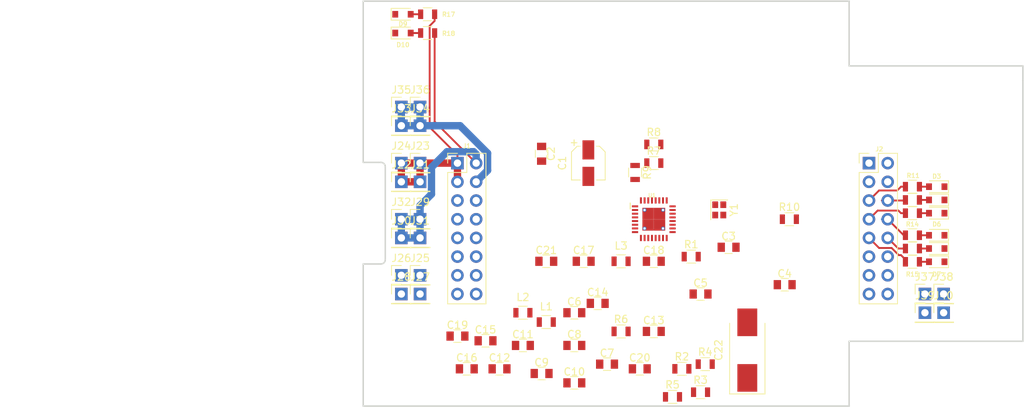
<source format=kicad_pcb>
(kicad_pcb (version 4) (host pcbnew 4.0.7-e2-6376~58~ubuntu16.04.1)
  (layers (0 F.Cu signal) (31 B.Cu signal) (34 B.Paste user) (35 F.Paste user) (36 B.SilkS user) (37 F.SilkS user) (38 B.Mask user) (39 F.Mask user) (44 Edge.Cuts user))
  (net 0 "")
  (net 1 GND)
  (net 2 "Net-(D3-Pad2)")
  (net 3 "Net-(D4-Pad2)")
  (net 4 "Net-(D5-Pad2)")
  (net 5 "Net-(D6-Pad2)")
  (net 6 "Net-(D7-Pad2)")
  (net 7 "Net-(D8-Pad2)")
  (net 8 +5V)
  (net 9 VDD)
  (net 10 +3V3)
  (net 11 "Net-(J1-Pad16)")
  (net 12 /ST_GPIO_3)
  (net 13 /ST_GPIO_2)
  (net 14 /ST_GPIO_1)
  (net 15 /PI_GPIO_3)
  (net 16 /PI_GPIO_2)
  (net 17 "Net-(D10-Pad2)")
  (net 18 "Net-(D9-Pad2)")
  (net 19 VMID)
  (net 20 "Net-(C10-Pad1)")
  (net 21 "Net-(C11-Pad1)")
  (net 22 "Net-(C6-Pad1)")
  (net 23 "Net-(C6-Pad2)")
  (net 24 "Net-(C10-Pad2)")
  (net 25 "Net-(C11-Pad2)")
  (net 26 TVDD)
  (net 27 "Net-(C19-Pad1)")
  (net 28 "Net-(C20-Pad1)")
  (net 29 "Net-(J1-Pad1)")
  (net 30 "Net-(J1-Pad2)")
  (net 31 "Net-(J1-Pad3)")
  (net 32 "Net-(J1-Pad5)")
  (net 33 "Net-(J1-Pad6)")
  (net 34 "Net-(J1-Pad7)")
  (net 35 "Net-(J1-Pad8)")
  (net 36 "Net-(J1-Pad9)")
  (net 37 "Net-(J1-Pad10)")
  (net 38 "Net-(J1-Pad11)")
  (net 39 "Net-(J1-Pad12)")
  (net 40 "Net-(J2-Pad12)")
  (net 41 "Net-(J2-Pad11)")
  (net 42 "Net-(J2-Pad10)")
  (net 43 "Net-(J2-Pad9)")
  (net 44 "Net-(J2-Pad8)")
  (net 45 NRSTPD)
  (net 46 "Net-(J2-Pad6)")
  (net 47 IRQ)
  (net 48 MISO)
  (net 49 ~SS)
  (net 50 MOSI)
  (net 51 SCLK)
  (net 52 "Net-(J3-Pad1)")
  (net 53 "Net-(L1-Pad2)")
  (net 54 "Net-(L2-Pad2)")
  (net 55 "Net-(J3-Pad2)")
  (net 56 "Net-(R10-Pad1)")
  (net 57 "Net-(R11-Pad1)")
  (net 58 "Net-(U1-Pad7)")
  (net 59 "Net-(U1-Pad8)")
  (module Pin_Headers:Pin_Header_Straight_1x01_Pitch2.54mm (layer F.Cu) (at 77.02 166.76)
    (fp_text reference J31 (at 0 -2.33) (layer F.SilkS))
    (fp_text value CONN_01X01)
    (pad 1 thru_hole rect (at 0 0) (size 1.7 1.7) (drill 1) (layers *.Cu *.Mask) (net 9 VDD))
  )
  (module Pin_Headers:Pin_Header_Straight_1x01_Pitch2.54mm (layer F.Cu) (at 74.48 151.52)
    (fp_text reference J33 (at 0 -2.33) (layer F.SilkS))
    (fp_text value CONN_01X01)
    (pad 1 thru_hole rect (at 0 0) (size 1.7 1.7) (drill 1) (layers *.Cu *.Mask) (net 10 +3V3))
  )
  (module Pin_Headers:Pin_Header_Straight_1x01_Pitch2.54mm (layer F.Cu) (at 77.02 151.52)
    (fp_text reference J34 (at 0 -2.33) (layer F.SilkS))
    (fp_text value CONN_01X01)
    (pad 1 thru_hole rect (at 0 0) (size 1.7 1.7) (drill 1) (layers *.Cu *.Mask) (net 10 +3V3))
  )
  (module Pin_Headers:Pin_Header_Straight_1x01_Pitch2.54mm (layer F.Cu) (at 74.48 148.98)
    (fp_text reference J35 (at 0 -2.33) (layer F.SilkS))
    (fp_text value CONN_01X01)
    (pad 1 thru_hole rect (at 0 0) (size 1.7 1.7) (drill 1) (layers *.Cu *.Mask) (net 10 +3V3))
  )
  (module Pin_Headers:Pin_Header_Straight_1x01_Pitch2.54mm (layer F.Cu) (at 77.02 148.98)
    (fp_text reference J36 (at 0 -2.33) (layer F.SilkS))
    (fp_text value CONN_01X01)
    (pad 1 thru_hole rect (at 0 0) (size 1.7 1.7) (drill 1) (layers *.Cu *.Mask) (net 10 +3V3))
  )
  (module Pin_Headers:Pin_Header_Straight_1x01_Pitch2.54mm (layer F.Cu) (at 145.6 174.38)
    (fp_text reference J37 (at 0 -2.33) (layer F.SilkS))
    (fp_text value CONN_01X01)
    (pad 1 thru_hole rect (at 0 0) (size 1.7 1.7) (drill 1) (layers *.Cu *.Mask) (net 1 GND))
  )
  (module Pin_Headers:Pin_Header_Straight_1x01_Pitch2.54mm (layer F.Cu) (at 148.14 174.38)
    (fp_text reference J38 (at 0 -2.33) (layer F.SilkS))
    (fp_text value CONN_01X01)
    (pad 1 thru_hole rect (at 0 0) (size 1.7 1.7) (drill 1) (layers *.Cu *.Mask) (net 1 GND))
  )
  (module Pin_Headers:Pin_Header_Straight_1x01_Pitch2.54mm (layer F.Cu) (at 74.48 159.14)
    (fp_text reference J22 (at 0 -2.33) (layer F.SilkS))
    (fp_text value CONN_01X01)
    (pad 1 thru_hole rect (at 0 0) (size 1.7 1.7) (drill 1) (layers *.Cu *.Mask) (net 8 +5V))
  )
  (module Pin_Headers:Pin_Header_Straight_1x01_Pitch2.54mm (layer F.Cu) (at 74.48 164.22)
    (fp_text reference J32 (at 0 -2.33) (layer F.SilkS))
    (fp_text value CONN_01X01)
    (pad 1 thru_hole rect (at 0 0) (size 1.7 1.7) (drill 1) (layers *.Cu *.Mask) (net 9 VDD))
  )
  (module Pin_Headers:Pin_Header_Straight_1x01_Pitch2.54mm (layer F.Cu) (at 74.48 166.76)
    (fp_text reference J30 (at 0 -2.33) (layer F.SilkS))
    (fp_text value CONN_01X01)
    (pad 1 thru_hole rect (at 0 0) (size 1.7 1.7) (drill 1) (layers *.Cu *.Mask) (net 9 VDD))
  )
  (module Pin_Headers:Pin_Header_Straight_1x01_Pitch2.54mm (layer F.Cu) (at 77.02 164.22)
    (fp_text reference J29 (at 0 -2.33) (layer F.SilkS))
    (fp_text value CONN_01X01)
    (pad 1 thru_hole rect (at 0 0) (size 1.7 1.7) (drill 1) (layers *.Cu *.Mask) (net 9 VDD))
  )
  (module Pin_Headers:Pin_Header_Straight_1x01_Pitch2.54mm (layer F.Cu) (at 74.48 174.38)
    (fp_text reference J28 (at 0 -2.33) (layer F.SilkS))
    (fp_text value CONN_01X01)
    (pad 1 thru_hole rect (at 0 0) (size 1.7 1.7) (drill 1) (layers *.Cu *.Mask) (net 1 GND))
  )
  (module Pin_Headers:Pin_Header_Straight_1x01_Pitch2.54mm (layer F.Cu) (at 77.02 174.38)
    (fp_text reference J27 (at 0 -2.33) (layer F.SilkS))
    (fp_text value CONN_01X01)
    (pad 1 thru_hole rect (at 0 0) (size 1.7 1.7) (drill 1) (layers *.Cu *.Mask) (net 1 GND))
  )
  (module Pin_Headers:Pin_Header_Straight_1x01_Pitch2.54mm (layer F.Cu) (at 74.48 171.84)
    (fp_text reference J26 (at 0 -2.33) (layer F.SilkS))
    (fp_text value CONN_01X01)
    (pad 1 thru_hole rect (at 0 0) (size 1.7 1.7) (drill 1) (layers *.Cu *.Mask) (net 1 GND))
  )
  (module Pin_Headers:Pin_Header_Straight_1x01_Pitch2.54mm (layer F.Cu) (at 77.02 171.84)
    (fp_text reference J25 (at 0 -2.33) (layer F.SilkS))
    (fp_text value CONN_01X01)
    (pad 1 thru_hole rect (at 0 0) (size 1.7 1.7) (drill 1) (layers *.Cu *.Mask) (net 1 GND))
  )
  (module Pin_Headers:Pin_Header_Straight_1x01_Pitch2.54mm (layer F.Cu) (at 74.48 156.6)
    (fp_text reference J24 (at 0 -2.33) (layer F.SilkS))
    (fp_text value CONN_01X01)
    (pad 1 thru_hole rect (at 0 0) (size 1.7 1.7) (drill 1) (layers *.Cu *.Mask) (net 8 +5V))
  )
  (module Pin_Headers:Pin_Header_Straight_1x01_Pitch2.54mm (layer F.Cu) (at 77.02 159.14)
    (fp_text reference J21 (at 0 -2.33) (layer F.SilkS))
    (fp_text value CONN_01X01)
    (pad 1 thru_hole rect (at 0 0) (size 1.7 1.7) (drill 1) (layers *.Cu *.Mask) (net 8 +5V))
  )
  (module Pin_Headers:Pin_Header_Straight_1x01_Pitch2.54mm (layer F.Cu) (at 77.02 156.6)
    (fp_text reference J23 (at 0 -2.33) (layer F.SilkS))
    (fp_text value CONN_01X01)
    (pad 1 thru_hole rect (at 0 0) (size 1.7 1.7) (drill 1) (layers *.Cu *.Mask) (net 8 +5V))
  )
  (module Pin_Headers:Pin_Header_Straight_1x01_Pitch2.54mm (layer F.Cu) (at 145.6 176.92)
    (fp_text reference J39 (at 0 -2.33) (layer F.SilkS))
    (fp_text value CONN_01X01)
    (pad 1 thru_hole rect (at 0 0) (size 1.7 1.7) (drill 1) (layers *.Cu *.Mask) (net 1 GND))
  )
  (module Pin_Headers:Pin_Header_Straight_1x01_Pitch2.54mm (layer F.Cu) (at 148.14 176.92)
    (fp_text reference J40 (at 0 -2.33) (layer F.SilkS))
    (fp_text value CONN_01X01)
    (pad 1 thru_hole rect (at 0 0) (size 1.7 1.7) (drill 1) (layers *.Cu *.Mask) (net 1 GND))
  )
  (module Resistors_SMD:R_0805 (layer F.Cu) (at 78.05 138.93 180)
    (fp_text reference R18 (at -2.85 -0.07 180) (layer F.SilkS) (effects (font (size 0.6 0.6) (thickness 0.12))))
    (fp_text value 330R)
    (pad 2 smd rect (at 0.95 0 180) (size 0.7 1.3) (layers F.Cu F.Paste F.Mask) (net 17 "Net-(D10-Pad2)"))
    (pad 1 smd rect (at -0.95 0 180) (size 0.7 1.3) (layers F.Cu F.Paste F.Mask) (net 9 VDD))
  )
  (module Diodes_SMD:D_0805 (layer F.Cu) (at 74.7 136.38)
    (fp_text reference D9 (at 0 1.32) (layer F.SilkS) (effects (font (size 0.6 0.6) (thickness 0.12))))
    (fp_text value KPT-2012EC)
    (pad 2 smd rect (at 1.05 0) (size 0.8 0.9) (layers F.Cu F.Paste F.Mask) (net 18 "Net-(D9-Pad2)"))
    (pad 1 smd rect (at -1.05 0) (size 0.8 0.9) (layers F.Cu F.Paste F.Mask) (net 1 GND))
  )
  (module Diodes_SMD:D_0805 (layer F.Cu) (at 74.7 138.93)
    (fp_text reference D10 (at 0 1.6) (layer F.SilkS) (effects (font (size 0.6 0.6) (thickness 0.12))))
    (fp_text value KPT-2012SGC)
    (pad 2 smd rect (at 1.05 0) (size 0.8 0.9) (layers F.Cu F.Paste F.Mask) (net 17 "Net-(D10-Pad2)"))
    (pad 1 smd rect (at -1.05 0) (size 0.8 0.9) (layers F.Cu F.Paste F.Mask) (net 1 GND))
  )
  (module Resistors_SMD:R_0805 (layer F.Cu) (at 78.05 136.38 180)
    (fp_text reference R17 (at -2.85 -0.02 180) (layer F.SilkS) (effects (font (size 0.6 0.6) (thickness 0.12))))
    (fp_text value 330R)
    (pad 1 smd rect (at -0.95 0 180) (size 0.7 1.3) (layers F.Cu F.Paste F.Mask) (net 8 +5V))
    (pad 2 smd rect (at 0.95 0 180) (size 0.7 1.3) (layers F.Cu F.Paste F.Mask) (net 18 "Net-(D9-Pad2)"))
  )
  (module Diodes_SMD:D_0805 (layer F.Cu) (at 147.2 159.8 180)
    (fp_text reference D3 (at 0 1.4 180) (layer F.SilkS) (effects (font (size 0.6 0.6) (thickness 0.12))))
    (fp_text value KPT-2012EC)
    (pad 1 smd rect (at -1.05 0 180) (size 0.8 0.9) (layers F.Cu F.Paste F.Mask) (net 1 GND))
    (pad 2 smd rect (at 1.05 0 180) (size 0.8 0.9) (layers F.Cu F.Paste F.Mask) (net 2 "Net-(D3-Pad2)"))
  )
  (module Diodes_SMD:D_0805 (layer F.Cu) (at 147.2 161.6 180)
    (fp_text reference D4 hide)
    (fp_text value KPT-2012SGC)
    (pad 2 smd rect (at 1.05 0 180) (size 0.8 0.9) (layers F.Cu F.Paste F.Mask) (net 3 "Net-(D4-Pad2)"))
    (pad 1 smd rect (at -1.05 0 180) (size 0.8 0.9) (layers F.Cu F.Paste F.Mask) (net 1 GND))
  )
  (module Diodes_SMD:D_0805 (layer F.Cu) (at 147.2 163.4 180)
    (fp_text reference D5 hide)
    (fp_text value OSB50805C1E)
    (pad 2 smd rect (at 1.05 0 180) (size 0.8 0.9) (layers F.Cu F.Paste F.Mask) (net 4 "Net-(D5-Pad2)"))
    (pad 1 smd rect (at -1.05 0 180) (size 0.8 0.9) (layers F.Cu F.Paste F.Mask) (net 1 GND))
  )
  (module Diodes_SMD:D_0805 (layer F.Cu) (at 147.2 166.4 180)
    (fp_text reference D6 (at 0 1.5 180) (layer F.SilkS) (effects (font (size 0.6 0.6) (thickness 0.12))))
    (fp_text value KPT-2012EC)
    (pad 2 smd rect (at 1.05 0 180) (size 0.8 0.9) (layers F.Cu F.Paste F.Mask) (net 5 "Net-(D6-Pad2)"))
    (pad 1 smd rect (at -1.05 0 180) (size 0.8 0.9) (layers F.Cu F.Paste F.Mask) (net 1 GND))
  )
  (module Diodes_SMD:D_0805 (layer F.Cu) (at 147.2 170 180)
    (fp_text reference D7 (at 0 -1.7 180) (layer F.SilkS) (effects (font (size 0.6 0.6) (thickness 0.12))))
    (fp_text value KPT-2012SGC)
    (pad 2 smd rect (at 1.05 0 180) (size 0.8 0.9) (layers F.Cu F.Paste F.Mask) (net 6 "Net-(D7-Pad2)"))
    (pad 1 smd rect (at -1.05 0 180) (size 0.8 0.9) (layers F.Cu F.Paste F.Mask) (net 1 GND))
  )
  (module Diodes_SMD:D_0805 (layer F.Cu) (at 147.2 168.2 180)
    (fp_text reference D8 hide)
    (fp_text value OSB50805C1E)
    (pad 1 smd rect (at -1.05 0 180) (size 0.8 0.9) (layers F.Cu F.Paste F.Mask) (net 1 GND))
    (pad 2 smd rect (at 1.05 0 180) (size 0.8 0.9) (layers F.Cu F.Paste F.Mask) (net 7 "Net-(D8-Pad2)"))
  )
  (module Pin_Headers:Pin_Header_Straight_2x08_Pitch2.54mm (layer F.Cu) (at 82.1 156.6)
    (fp_text reference J1 (at 1.27 -2.33) (layer F.SilkS) (effects (font (size 0.6 0.6) (thickness 0.12))))
    (fp_text value CONN_02X08_L)
    (pad 1 thru_hole rect (at 0 0) (size 1.7 1.7) (drill 1) (layers *.Cu *.Mask) (net 29 "Net-(J1-Pad1)"))
    (pad 2 thru_hole oval (at 2.54 0) (size 1.7 1.7) (drill 1) (layers *.Cu *.Mask) (net 30 "Net-(J1-Pad2)"))
    (pad 3 thru_hole oval (at 0 2.54) (size 1.7 1.7) (drill 1) (layers *.Cu *.Mask) (net 31 "Net-(J1-Pad3)"))
    (pad 4 thru_hole oval (at 2.54 2.54) (size 1.7 1.7) (drill 1) (layers *.Cu *.Mask) (net 9 VDD))
    (pad 5 thru_hole oval (at 0 5.08) (size 1.7 1.7) (drill 1) (layers *.Cu *.Mask) (net 32 "Net-(J1-Pad5)"))
    (pad 6 thru_hole oval (at 2.54 5.08) (size 1.7 1.7) (drill 1) (layers *.Cu *.Mask) (net 33 "Net-(J1-Pad6)"))
    (pad 7 thru_hole oval (at 0 7.62) (size 1.7 1.7) (drill 1) (layers *.Cu *.Mask) (net 34 "Net-(J1-Pad7)"))
    (pad 8 thru_hole oval (at 2.54 7.62) (size 1.7 1.7) (drill 1) (layers *.Cu *.Mask) (net 35 "Net-(J1-Pad8)"))
    (pad 9 thru_hole oval (at 0 10.16) (size 1.7 1.7) (drill 1) (layers *.Cu *.Mask) (net 36 "Net-(J1-Pad9)"))
    (pad 10 thru_hole oval (at 2.54 10.16) (size 1.7 1.7) (drill 1) (layers *.Cu *.Mask) (net 37 "Net-(J1-Pad10)"))
    (pad 11 thru_hole oval (at 0 12.7) (size 1.7 1.7) (drill 1) (layers *.Cu *.Mask) (net 38 "Net-(J1-Pad11)"))
    (pad 12 thru_hole oval (at 2.54 12.7) (size 1.7 1.7) (drill 1) (layers *.Cu *.Mask) (net 39 "Net-(J1-Pad12)"))
    (pad 13 thru_hole oval (at 0 15.24) (size 1.7 1.7) (drill 1) (layers *.Cu *.Mask) (net 1 GND))
    (pad 14 thru_hole oval (at 2.54 15.24) (size 1.7 1.7) (drill 1) (layers *.Cu *.Mask) (net 1 GND))
    (pad 15 thru_hole oval (at 0 17.78) (size 1.7 1.7) (drill 1) (layers *.Cu *.Mask) (net 1 GND))
    (pad 16 thru_hole oval (at 2.54 17.78) (size 1.7 1.7) (drill 1) (layers *.Cu *.Mask) (net 11 "Net-(J1-Pad16)"))
  )
  (module Pin_Headers:Pin_Header_Straight_2x08_Pitch2.54mm (layer F.Cu) (at 138 156.6)
    (fp_text reference J2 (at 1.4 -1.9) (layer F.SilkS) (effects (font (size 0.6 0.6) (thickness 0.12))))
    (fp_text value CONN_02X08_R)
    (pad 16 thru_hole oval (at 2.54 17.78) (size 1.7 1.7) (drill 1) (layers *.Cu *.Mask) (net 1 GND))
    (pad 15 thru_hole oval (at 0 17.78) (size 1.7 1.7) (drill 1) (layers *.Cu *.Mask) (net 1 GND))
    (pad 14 thru_hole oval (at 2.54 15.24) (size 1.7 1.7) (drill 1) (layers *.Cu *.Mask) (net 1 GND))
    (pad 13 thru_hole oval (at 0 15.24) (size 1.7 1.7) (drill 1) (layers *.Cu *.Mask) (net 1 GND))
    (pad 12 thru_hole oval (at 2.54 12.7) (size 1.7 1.7) (drill 1) (layers *.Cu *.Mask) (net 40 "Net-(J2-Pad12)"))
    (pad 11 thru_hole oval (at 0 12.7) (size 1.7 1.7) (drill 1) (layers *.Cu *.Mask) (net 41 "Net-(J2-Pad11)"))
    (pad 10 thru_hole oval (at 2.54 10.16) (size 1.7 1.7) (drill 1) (layers *.Cu *.Mask) (net 42 "Net-(J2-Pad10)"))
    (pad 9 thru_hole oval (at 0 10.16) (size 1.7 1.7) (drill 1) (layers *.Cu *.Mask) (net 43 "Net-(J2-Pad9)"))
    (pad 8 thru_hole oval (at 2.54 7.62) (size 1.7 1.7) (drill 1) (layers *.Cu *.Mask) (net 44 "Net-(J2-Pad8)"))
    (pad 7 thru_hole oval (at 0 7.62) (size 1.7 1.7) (drill 1) (layers *.Cu *.Mask) (net 45 NRSTPD))
    (pad 6 thru_hole oval (at 2.54 5.08) (size 1.7 1.7) (drill 1) (layers *.Cu *.Mask) (net 46 "Net-(J2-Pad6)"))
    (pad 5 thru_hole oval (at 0 5.08) (size 1.7 1.7) (drill 1) (layers *.Cu *.Mask) (net 47 IRQ))
    (pad 4 thru_hole oval (at 2.54 2.54) (size 1.7 1.7) (drill 1) (layers *.Cu *.Mask) (net 48 MISO))
    (pad 3 thru_hole oval (at 0 2.54) (size 1.7 1.7) (drill 1) (layers *.Cu *.Mask) (net 49 ~SS))
    (pad 2 thru_hole oval (at 2.54 0) (size 1.7 1.7) (drill 1) (layers *.Cu *.Mask) (net 50 MOSI))
    (pad 1 thru_hole rect (at 0 0) (size 1.7 1.7) (drill 1) (layers *.Cu *.Mask) (net 51 SCLK))
  )
  (module Resistors_SMD:R_0805 (layer F.Cu) (at 143.9 159.8)
    (fp_text reference R11 (at 0.1 -1.5) (layer F.SilkS) (effects (font (size 0.6 0.6) (thickness 0.12))))
    (fp_text value 0)
    (pad 2 smd rect (at 0.95 0) (size 0.7 1.3) (layers F.Cu F.Paste F.Mask) (net 1 GND))
    (pad 1 smd rect (at -0.95 0) (size 0.7 1.3) (layers F.Cu F.Paste F.Mask) (net 57 "Net-(R11-Pad1)"))
  )
  (module Resistors_SMD:R_0805 (layer F.Cu) (at 143.9 161.6)
    (fp_text reference R12 hide)
    (fp_text value 330R)
    (pad 1 smd rect (at -0.95 0) (size 0.7 1.3) (layers F.Cu F.Paste F.Mask) (net 16 /PI_GPIO_2))
    (pad 2 smd rect (at 0.95 0) (size 0.7 1.3) (layers F.Cu F.Paste F.Mask) (net 3 "Net-(D4-Pad2)"))
  )
  (module Resistors_SMD:R_0805 (layer F.Cu) (at 143.9 163.4)
    (fp_text reference R13 hide)
    (fp_text value 330R)
    (pad 1 smd rect (at -0.95 0) (size 0.7 1.3) (layers F.Cu F.Paste F.Mask) (net 15 /PI_GPIO_3))
    (pad 2 smd rect (at 0.95 0) (size 0.7 1.3) (layers F.Cu F.Paste F.Mask) (net 4 "Net-(D5-Pad2)"))
  )
  (module Resistors_SMD:R_0805 (layer F.Cu) (at 143.9 166.4)
    (fp_text reference R14 (at 0 -1.5) (layer F.SilkS) (effects (font (size 0.6 0.6) (thickness 0.12))))
    (fp_text value 330R)
    (pad 1 smd rect (at -0.95 0) (size 0.7 1.3) (layers F.Cu F.Paste F.Mask) (net 14 /ST_GPIO_1))
    (pad 2 smd rect (at 0.95 0) (size 0.7 1.3) (layers F.Cu F.Paste F.Mask) (net 5 "Net-(D6-Pad2)"))
  )
  (module Resistors_SMD:R_0805 (layer F.Cu) (at 143.9 170)
    (fp_text reference R15 (at 0 1.7) (layer F.SilkS) (effects (font (size 0.6 0.6) (thickness 0.12))))
    (fp_text value 330R)
    (pad 1 smd rect (at -0.95 0) (size 0.7 1.3) (layers F.Cu F.Paste F.Mask) (net 13 /ST_GPIO_2))
    (pad 2 smd rect (at 0.95 0) (size 0.7 1.3) (layers F.Cu F.Paste F.Mask) (net 6 "Net-(D7-Pad2)"))
  )
  (module Resistors_SMD:R_0805 (layer F.Cu) (at 143.9 168.2)
    (fp_text reference R16 hide)
    (fp_text value 330R)
    (pad 2 smd rect (at 0.95 0) (size 0.7 1.3) (layers F.Cu F.Paste F.Mask) (net 7 "Net-(D8-Pad2)"))
    (pad 1 smd rect (at -0.95 0) (size 0.7 1.3) (layers F.Cu F.Paste F.Mask) (net 12 /ST_GPIO_3))
  )
  (module Capacitors_SMD:CP_Elec_4x5.3 (layer F.Cu) (at 99.88 156.6 270)
    (fp_text reference C1 (at 0 3.54 270) (layer F.SilkS))
    (fp_text value 10uF/25V)
    (fp_text user + (at -2.77 2.01 270) (layer F.SilkS))
    (pad 1 smd rect (at -1.8 0 90) (size 2.6 1.6) (layers F.Cu F.Paste F.Mask) (net 9 VDD))
    (pad 2 smd rect (at 1.8 0 90) (size 2.6 1.6) (layers F.Cu F.Paste F.Mask) (net 1 GND))
  )
  (module Capacitors_SMD:C_0805 (layer F.Cu) (at 93.53 155.33 270)
    (fp_text reference C2 (at 0 -1.27 270) (layer F.SilkS))
    (fp_text value 100nF)
    (pad 1 smd rect (at -1 0 270) (size 1 1.25) (layers F.Cu F.Paste F.Mask) (net 9 VDD))
    (pad 2 smd rect (at 1 0 270) (size 1 1.25) (layers F.Cu F.Paste F.Mask) (net 1 GND))
  )
  (module Capacitors_SMD:C_0805 (layer F.Cu) (at 118.93 168.03)
    (fp_text reference C3 (at 0 -1.5) (layer F.SilkS))
    (fp_text value 100nF)
    (pad 1 smd rect (at -1 0) (size 1 1.25) (layers F.Cu F.Paste F.Mask) (net 19 VMID))
    (pad 2 smd rect (at 1 0) (size 1 1.25) (layers F.Cu F.Paste F.Mask) (net 1 GND))
  )
  (module Capacitors_SMD:C_0805 (layer F.Cu) (at 126.55 173.11)
    (fp_text reference C4 (at 0 -1.5) (layer F.SilkS))
    (fp_text value 100pF)
    (pad 1 smd rect (at -1 0) (size 1 1.25) (layers F.Cu F.Paste F.Mask) (net 1 GND))
    (pad 2 smd rect (at 1 0) (size 1 1.25) (layers F.Cu F.Paste F.Mask) (net 20 "Net-(C10-Pad1)"))
  )
  (module Capacitors_SMD:C_0805 (layer F.Cu) (at 115.12 174.38)
    (fp_text reference C5 (at 0 -1.5) (layer F.SilkS))
    (fp_text value 100pF)
    (pad 1 smd rect (at -1 0) (size 1 1.25) (layers F.Cu F.Paste F.Mask) (net 21 "Net-(C11-Pad1)"))
    (pad 2 smd rect (at 1 0) (size 1 1.25) (layers F.Cu F.Paste F.Mask) (net 1 GND))
  )
  (module Capacitors_SMD:C_0805 (layer F.Cu) (at 97.975 176.92)
    (fp_text reference C6 (at 0 -1.5) (layer F.SilkS))
    (fp_text value 1nF)
    (pad 1 smd rect (at -1 0) (size 1 1.25) (layers F.Cu F.Paste F.Mask) (net 22 "Net-(C6-Pad1)"))
    (pad 2 smd rect (at 1 0) (size 1 1.25) (layers F.Cu F.Paste F.Mask) (net 23 "Net-(C6-Pad2)"))
  )
  (module Capacitors_SMD:C_0805 (layer F.Cu) (at 102.42 183.905)
    (fp_text reference C7 (at 0 -1.5) (layer F.SilkS))
    (fp_text value 56pF)
    (pad 1 smd rect (at -1 0) (size 1 1.25) (layers F.Cu F.Paste F.Mask) (net 1 GND))
    (pad 2 smd rect (at 1 0) (size 1 1.25) (layers F.Cu F.Paste F.Mask) (net 20 "Net-(C10-Pad1)"))
  )
  (module Capacitors_SMD:C_0805 (layer F.Cu) (at 97.975 181.365)
    (fp_text reference C8 (at 0 -1.5) (layer F.SilkS))
    (fp_text value 56pF)
    (pad 1 smd rect (at -1 0) (size 1 1.25) (layers F.Cu F.Paste F.Mask) (net 21 "Net-(C11-Pad1)"))
    (pad 2 smd rect (at 1 0) (size 1 1.25) (layers F.Cu F.Paste F.Mask) (net 1 GND))
  )
  (module Capacitors_SMD:C_0805 (layer F.Cu) (at 93.53 185.175)
    (fp_text reference C9 (at 0 -1.5) (layer F.SilkS))
    (fp_text value 12pF)
    (pad 1 smd rect (at -1 0) (size 1 1.25) (layers F.Cu F.Paste F.Mask) (net 20 "Net-(C10-Pad1)"))
    (pad 2 smd rect (at 1 0) (size 1 1.25) (layers F.Cu F.Paste F.Mask) (net 24 "Net-(C10-Pad2)"))
  )
  (module Capacitors_SMD:C_0805 (layer F.Cu) (at 97.975 186.445)
    (fp_text reference C10 (at 0 -1.5) (layer F.SilkS))
    (fp_text value 33pF)
    (pad 1 smd rect (at -1 0) (size 1 1.25) (layers F.Cu F.Paste F.Mask) (net 20 "Net-(C10-Pad1)"))
    (pad 2 smd rect (at 1 0) (size 1 1.25) (layers F.Cu F.Paste F.Mask) (net 24 "Net-(C10-Pad2)"))
  )
  (module Capacitors_SMD:C_0805 (layer F.Cu) (at 90.99 181.365)
    (fp_text reference C11 (at 0 -1.5) (layer F.SilkS))
    (fp_text value 33pF)
    (pad 1 smd rect (at -1 0) (size 1 1.25) (layers F.Cu F.Paste F.Mask) (net 21 "Net-(C11-Pad1)"))
    (pad 2 smd rect (at 1 0) (size 1 1.25) (layers F.Cu F.Paste F.Mask) (net 25 "Net-(C11-Pad2)"))
  )
  (module Capacitors_SMD:C_0805 (layer F.Cu) (at 87.815 184.54)
    (fp_text reference C12 (at 0 -1.5) (layer F.SilkS))
    (fp_text value 12pF)
    (pad 1 smd rect (at -1 0) (size 1 1.25) (layers F.Cu F.Paste F.Mask) (net 21 "Net-(C11-Pad1)"))
    (pad 2 smd rect (at 1 0) (size 1 1.25) (layers F.Cu F.Paste F.Mask) (net 25 "Net-(C11-Pad2)"))
  )
  (module Capacitors_SMD:C_0805 (layer F.Cu) (at 108.77 179.46)
    (fp_text reference C13 (at 0 -1.5) (layer F.SilkS))
    (fp_text value 100pF)
    (pad 1 smd rect (at -1 0) (size 1 1.25) (layers F.Cu F.Paste F.Mask) (net 1 GND))
    (pad 2 smd rect (at 1 0) (size 1 1.25) (layers F.Cu F.Paste F.Mask) (net 24 "Net-(C10-Pad2)"))
  )
  (module Capacitors_SMD:C_0805 (layer F.Cu) (at 101.15 175.65)
    (fp_text reference C14 (at 0 -1.5) (layer F.SilkS))
    (fp_text value 100pF)
    (pad 1 smd rect (at -1 0) (size 1 1.25) (layers F.Cu F.Paste F.Mask) (net 25 "Net-(C11-Pad2)"))
    (pad 2 smd rect (at 1 0) (size 1 1.25) (layers F.Cu F.Paste F.Mask) (net 1 GND))
  )
  (module Capacitors_SMD:C_0805 (layer F.Cu) (at 85.91 180.73)
    (fp_text reference C15 (at 0 -1.5) (layer F.SilkS))
    (fp_text value 39pF)
    (pad 1 smd rect (at -1 0) (size 1 1.25) (layers F.Cu F.Paste F.Mask) (net 1 GND))
    (pad 2 smd rect (at 1 0) (size 1 1.25) (layers F.Cu F.Paste F.Mask) (net 24 "Net-(C10-Pad2)"))
  )
  (module Capacitors_SMD:C_0805 (layer F.Cu) (at 83.37 184.54)
    (fp_text reference C16 (at 0 -1.5) (layer F.SilkS))
    (fp_text value 39pF)
    (pad 1 smd rect (at -1 0) (size 1 1.25) (layers F.Cu F.Paste F.Mask) (net 25 "Net-(C11-Pad2)"))
    (pad 2 smd rect (at 1 0) (size 1 1.25) (layers F.Cu F.Paste F.Mask) (net 1 GND))
  )
  (module Capacitors_SMD:C_0805 (layer F.Cu) (at 99.245 169.935)
    (fp_text reference C17 (at 0 -1.5) (layer F.SilkS))
    (fp_text value 100nF)
    (pad 1 smd rect (at -1 0) (size 1 1.25) (layers F.Cu F.Paste F.Mask) (net 26 TVDD))
    (pad 2 smd rect (at 1 0) (size 1 1.25) (layers F.Cu F.Paste F.Mask) (net 1 GND))
  )
  (module Capacitors_SMD:C_0805 (layer F.Cu) (at 108.77 169.935)
    (fp_text reference C18 (at 0 -1.5) (layer F.SilkS))
    (fp_text value 1uF)
    (pad 1 smd rect (at -1 0) (size 1 1.25) (layers F.Cu F.Paste F.Mask) (net 26 TVDD))
    (pad 2 smd rect (at 1 0) (size 1 1.25) (layers F.Cu F.Paste F.Mask) (net 1 GND))
  )
  (module Capacitors_SMD:C_0805 (layer F.Cu) (at 82.1 180.095)
    (fp_text reference C19 (at 0 -1.5) (layer F.SilkS))
    (fp_text value 18pF)
    (pad 1 smd rect (at -1 0) (size 1 1.25) (layers F.Cu F.Paste F.Mask) (net 27 "Net-(C19-Pad1)"))
    (pad 2 smd rect (at 1 0) (size 1 1.25) (layers F.Cu F.Paste F.Mask) (net 1 GND))
  )
  (module Capacitors_SMD:C_0805 (layer F.Cu) (at 106.865 184.54)
    (fp_text reference C20 (at 0 -1.5) (layer F.SilkS))
    (fp_text value 18pF)
    (pad 1 smd rect (at -1 0) (size 1 1.25) (layers F.Cu F.Paste F.Mask) (net 28 "Net-(C20-Pad1)"))
    (pad 2 smd rect (at 1 0) (size 1 1.25) (layers F.Cu F.Paste F.Mask) (net 1 GND))
  )
  (module Capacitors_SMD:C_0805 (layer F.Cu) (at 94.165 169.935)
    (fp_text reference C21 (at 0 -1.5) (layer F.SilkS))
    (fp_text value 100nF)
    (pad 1 smd rect (at -1 0) (size 1 1.25) (layers F.Cu F.Paste F.Mask) (net 9 VDD))
    (pad 2 smd rect (at 1 0) (size 1 1.25) (layers F.Cu F.Paste F.Mask) (net 1 GND))
  )
  (module Capacitors_Tantalum_SMD:CP_Tantalum_Case-D_EIA-7343-31_Hand (layer F.Cu) (at 121.47 182 90)
    (fp_text reference C22 (at 0 -3.9 90) (layer F.SilkS))
    (fp_text value 100uF/10V)
    (pad 1 smd rect (at -3.775 0 90) (size 3.75 2.7) (layers F.Cu F.Paste F.Mask) (net 9 VDD))
    (pad 2 smd rect (at 3.775 0 90) (size 3.75 2.7) (layers F.Cu F.Paste F.Mask) (net 1 GND))
  )
  (module Inductors_SMD:L_0805 (layer F.Cu) (at 94.165 178.19)
    (fp_text reference L1 (at 0 -2.1) (layer F.SilkS))
    (fp_text value 470nH)
    (pad 1 smd rect (at -0.95 0) (size 0.7 1.3) (layers F.Cu F.Paste F.Mask) (net 20 "Net-(C10-Pad1)"))
    (pad 2 smd rect (at 0.95 0) (size 0.7 1.3) (layers F.Cu F.Paste F.Mask) (net 53 "Net-(L1-Pad2)"))
  )
  (module Inductors_SMD:L_0805 (layer F.Cu) (at 90.99 176.92)
    (fp_text reference L2 (at 0 -2.1) (layer F.SilkS))
    (fp_text value 470nH)
    (pad 1 smd rect (at -0.95 0) (size 0.7 1.3) (layers F.Cu F.Paste F.Mask) (net 21 "Net-(C11-Pad1)"))
    (pad 2 smd rect (at 0.95 0) (size 0.7 1.3) (layers F.Cu F.Paste F.Mask) (net 54 "Net-(L2-Pad2)"))
  )
  (module Inductors_SMD:L_0805 (layer F.Cu) (at 104.325 169.935)
    (fp_text reference L3 (at 0 -2.1) (layer F.SilkS))
    (fp_text value 22nH)
    (pad 1 smd rect (at -0.95 0) (size 0.7 1.3) (layers F.Cu F.Paste F.Mask) (net 9 VDD))
    (pad 2 smd rect (at 0.95 0) (size 0.7 1.3) (layers F.Cu F.Paste F.Mask) (net 26 TVDD))
  )
  (module Resistors_SMD:R_0805 (layer F.Cu) (at 113.85 169.3)
    (fp_text reference R1 (at 0 -1.65) (layer F.SilkS))
    (fp_text value 1K)
    (pad 1 smd rect (at -0.95 0) (size 0.7 1.3) (layers F.Cu F.Paste F.Mask) (net 19 VMID))
    (pad 2 smd rect (at 0.95 0) (size 0.7 1.3) (layers F.Cu F.Paste F.Mask) (net 22 "Net-(C6-Pad1)"))
  )
  (module Resistors_SMD:R_0805 (layer F.Cu) (at 112.58 184.54)
    (fp_text reference R2 (at 0 -1.65) (layer F.SilkS))
    (fp_text value 2.7K)
    (pad 1 smd rect (at -0.95 0) (size 0.7 1.3) (layers F.Cu F.Paste F.Mask) (net 21 "Net-(C11-Pad1)"))
    (pad 2 smd rect (at 0.95 0) (size 0.7 1.3) (layers F.Cu F.Paste F.Mask) (net 23 "Net-(C6-Pad2)"))
  )
  (module Resistors_SMD:R_0805 (layer F.Cu) (at 115.12 187.715)
    (fp_text reference R3 (at 0 -1.65) (layer F.SilkS))
    (fp_text value 4R42)
    (pad 1 smd rect (at -0.95 0) (size 0.7 1.3) (layers F.Cu F.Paste F.Mask) (net 24 "Net-(C10-Pad2)"))
    (pad 2 smd rect (at 0.95 0) (size 0.7 1.3) (layers F.Cu F.Paste F.Mask) (net 52 "Net-(J3-Pad1)"))
  )
  (module Resistors_SMD:R_0805 (layer F.Cu) (at 115.755 183.905)
    (fp_text reference R4 (at 0 -1.65) (layer F.SilkS))
    (fp_text value 4R42)
    (pad 1 smd rect (at -0.95 0) (size 0.7 1.3) (layers F.Cu F.Paste F.Mask) (net 24 "Net-(C10-Pad2)"))
    (pad 2 smd rect (at 0.95 0) (size 0.7 1.3) (layers F.Cu F.Paste F.Mask) (net 52 "Net-(J3-Pad1)"))
  )
  (module Resistors_SMD:R_0805 (layer F.Cu) (at 111.31 188.35)
    (fp_text reference R5 (at 0 -1.65) (layer F.SilkS))
    (fp_text value 4R42)
    (pad 1 smd rect (at -0.95 0) (size 0.7 1.3) (layers F.Cu F.Paste F.Mask) (net 55 "Net-(J3-Pad2)"))
    (pad 2 smd rect (at 0.95 0) (size 0.7 1.3) (layers F.Cu F.Paste F.Mask) (net 25 "Net-(C11-Pad2)"))
  )
  (module Resistors_SMD:R_0805 (layer F.Cu) (at 104.325 179.46)
    (fp_text reference R6 (at 0 -1.65) (layer F.SilkS))
    (fp_text value 4R42)
    (pad 1 smd rect (at -0.95 0) (size 0.7 1.3) (layers F.Cu F.Paste F.Mask) (net 55 "Net-(J3-Pad2)"))
    (pad 2 smd rect (at 0.95 0) (size 0.7 1.3) (layers F.Cu F.Paste F.Mask) (net 25 "Net-(C11-Pad2)"))
  )
  (module Resistors_SMD:R_0805 (layer F.Cu) (at 108.77 156.6)
    (fp_text reference R7 (at 0 -1.65) (layer F.SilkS))
    (fp_text value 10K)
    (pad 1 smd rect (at -0.95 0) (size 0.7 1.3) (layers F.Cu F.Paste F.Mask) (net 9 VDD))
    (pad 2 smd rect (at 0.95 0) (size 0.7 1.3) (layers F.Cu F.Paste F.Mask) (net 51 SCLK))
  )
  (module Resistors_SMD:R_0805 (layer F.Cu) (at 108.77 154.06)
    (fp_text reference R8 (at 0 -1.65) (layer F.SilkS))
    (fp_text value 10K)
    (pad 1 smd rect (at -0.95 0) (size 0.7 1.3) (layers F.Cu F.Paste F.Mask) (net 9 VDD))
    (pad 2 smd rect (at 0.95 0) (size 0.7 1.3) (layers F.Cu F.Paste F.Mask) (net 49 ~SS))
  )
  (module Resistors_SMD:R_0805 (layer F.Cu) (at 106.23 157.87 270)
    (fp_text reference R9 (at 0 -1.65 270) (layer F.SilkS))
    (fp_text value 10K)
    (pad 1 smd rect (at -0.95 0 270) (size 0.7 1.3) (layers F.Cu F.Paste F.Mask) (net 9 VDD))
    (pad 2 smd rect (at 0.95 0 270) (size 0.7 1.3) (layers F.Cu F.Paste F.Mask) (net 45 NRSTPD))
  )
  (module Resistors_SMD:R_0805 (layer F.Cu) (at 127.185 164.22)
    (fp_text reference R10 (at 0 -1.65) (layer F.SilkS))
    (fp_text value 0)
    (pad 1 smd rect (at -0.95 0) (size 0.7 1.3) (layers F.Cu F.Paste F.Mask) (net 56 "Net-(R10-Pad1)"))
    (pad 2 smd rect (at 0.95 0) (size 0.7 1.3) (layers F.Cu F.Paste F.Mask) (net 1 GND))
  )
  (module NFCAddOn:SOT-617-1 (layer F.Cu) (at 108.77 164.22)
    (fp_text reference U1 (at -0.25 -3.25) (layer F.SilkS) (effects (font (size 0.5 0.5) (thickness 0.1))))
    (fp_text value PN5120A0HN1/C2.151 hide)
    (pad 32 smd rect (at -1.75 -2.55) (size 0.27 0.85) (layers F.Cu F.Paste F.Mask) (net 9 VDD))
    (pad 1 smd rect (at -2.55 -1.75 90) (size 0.27 0.85) (layers F.Cu F.Paste F.Mask) (net 1 GND))
    (pad 33 smd rect (at -0.775 -0.775) (size 1.55 1.55) (layers F.Cu F.Paste F.Mask) (net 1 GND))
    (pad 33 smd rect (at 0.775 -0.775) (size 1.55 1.55) (layers F.Cu F.Paste F.Mask) (net 1 GND))
    (pad 24 smd rect (at 2.55 -1.75 90) (size 0.27 0.85) (layers F.Cu F.Paste F.Mask) (net 49 ~SS))
    (pad 2 smd rect (at -2.55 -1.25 90) (size 0.27 0.85) (layers F.Cu F.Paste F.Mask) (net 9 VDD))
    (pad 23 smd rect (at 2.55 -1.25 90) (size 0.27 0.85) (layers F.Cu F.Paste F.Mask) (net 47 IRQ))
    (pad 3 smd rect (at -2.55 -0.75 90) (size 0.27 0.85) (layers F.Cu F.Paste F.Mask) (net 9 VDD))
    (pad 22 smd rect (at 2.55 -0.75 90) (size 0.27 0.85) (layers F.Cu F.Paste F.Mask) (net 27 "Net-(C19-Pad1)"))
    (pad 4 smd rect (at -2.55 -0.25 90) (size 0.27 0.85) (layers F.Cu F.Paste F.Mask) (net 1 GND))
    (pad 21 smd rect (at 2.55 -0.25 90) (size 0.27 0.85) (layers F.Cu F.Paste F.Mask) (net 28 "Net-(C20-Pad1)"))
    (pad 5 smd rect (at -2.55 0.25 90) (size 0.27 0.85) (layers F.Cu F.Paste F.Mask) (net 1 GND))
    (pad 20 smd rect (at 2.55 0.25 90) (size 0.27 0.85) (layers F.Cu F.Paste F.Mask) (net 56 "Net-(R10-Pad1)"))
    (pad 6 smd rect (at -2.55 0.75 90) (size 0.27 0.85) (layers F.Cu F.Paste F.Mask) (net 45 NRSTPD))
    (pad 19 smd rect (at 2.55 0.75 90) (size 0.27 0.85) (layers F.Cu F.Paste F.Mask) (net 57 "Net-(R11-Pad1)"))
    (pad 7 smd rect (at -2.55 1.25 90) (size 0.27 0.85) (layers F.Cu F.Paste F.Mask) (net 58 "Net-(U1-Pad7)"))
    (pad 18 smd rect (at 2.55 1.25 90) (size 0.27 0.85) (layers F.Cu F.Paste F.Mask) (net 1 GND))
    (pad 8 smd rect (at -2.55 1.75 90) (size 0.27 0.85) (layers F.Cu F.Paste F.Mask) (net 59 "Net-(U1-Pad8)"))
    (pad 17 smd rect (at 2.55 1.75 90) (size 0.27 0.85) (layers F.Cu F.Paste F.Mask) (net 22 "Net-(C6-Pad1)"))
    (pad 31 smd rect (at -1.25 -2.55) (size 0.27 0.85) (layers F.Cu F.Paste F.Mask) (net 48 MISO))
    (pad 30 smd rect (at -0.75 -2.55) (size 0.27 0.85) (layers F.Cu F.Paste F.Mask) (net 50 MOSI))
    (pad 29 smd rect (at -0.25 -2.55) (size 0.27 0.85) (layers F.Cu F.Paste F.Mask) (net 51 SCLK))
    (pad 28 smd rect (at 0.25 -2.55) (size 0.27 0.85) (layers F.Cu F.Paste F.Mask) (net 1 GND))
    (pad 27 smd rect (at 0.75 -2.55) (size 0.27 0.85) (layers F.Cu F.Paste F.Mask) (net 1 GND))
    (pad 26 smd rect (at 1.25 -2.55) (size 0.27 0.85) (layers F.Cu F.Paste F.Mask) (net 1 GND))
    (pad 25 smd rect (at 1.75 -2.55) (size 0.27 0.85) (layers F.Cu F.Paste F.Mask) (net 1 GND))
    (pad 9 smd rect (at -1.75 2.55) (size 0.27 0.85) (layers F.Cu F.Paste F.Mask) (net 9 VDD))
    (pad 10 smd rect (at -1.25 2.55) (size 0.27 0.85) (layers F.Cu F.Paste F.Mask) (net 1 GND))
    (pad 11 smd rect (at -0.75 2.55) (size 0.27 0.85) (layers F.Cu F.Paste F.Mask) (net 53 "Net-(L1-Pad2)"))
    (pad 12 smd rect (at -0.25 2.55) (size 0.27 0.85) (layers F.Cu F.Paste F.Mask) (net 26 TVDD))
    (pad 13 smd rect (at 0.25 2.55) (size 0.27 0.85) (layers F.Cu F.Paste F.Mask) (net 54 "Net-(L2-Pad2)"))
    (pad 14 smd rect (at 0.75 2.55) (size 0.27 0.85) (layers F.Cu F.Paste F.Mask) (net 1 GND))
    (pad 15 smd rect (at 1.25 2.55) (size 0.27 0.85) (layers F.Cu F.Paste F.Mask) (net 9 VDD))
    (pad 16 smd rect (at 1.75 2.55) (size 0.27 0.85) (layers F.Cu F.Paste F.Mask) (net 19 VMID))
    (pad 33 smd rect (at -0.775 0.775) (size 1.55 1.55) (layers F.Cu F.Paste F.Mask) (net 1 GND))
    (pad 33 smd rect (at 0.775 0.775) (size 1.55 1.55) (layers F.Cu F.Paste F.Mask) (net 1 GND))
    (pad 33 thru_hole circle (at -1.25 -1.25) (size 0.5 0.5) (drill 0.3) (layers *.Cu F.Mask) (net 1 GND))
    (pad 33 thru_hole circle (at 1.25 -1.25) (size 0.5 0.5) (drill 0.3) (layers *.Cu F.Mask) (net 1 GND))
    (pad 33 thru_hole circle (at 1.25 1.25) (size 0.5 0.5) (drill 0.3) (layers *.Cu F.Mask) (net 1 GND))
    (pad 33 thru_hole circle (at -1.25 1.25) (size 0.5 0.5) (drill 0.3) (layers *.Cu F.Mask) (net 1 GND))
  )
  (module Crystals:Crystal_SMD_2016-4pin_2.0x1.6mm (layer F.Cu) (at 117.66 162.95 270)
    (fp_text reference Y1 (at 0 -2 270) (layer F.SilkS))
    (fp_text value 27.12MHz)
    (pad 1 smd rect (at -0.7 0.55 270) (size 0.9 0.8) (layers F.Cu F.Paste F.Mask) (net 27 "Net-(C19-Pad1)"))
    (pad 2 smd rect (at 0.7 0.55 270) (size 0.9 0.8) (layers F.Cu F.Paste F.Mask) (net 28 "Net-(C20-Pad1)"))
    (pad 3 smd rect (at 0.7 -0.55 270) (size 0.9 0.8) (layers F.Cu F.Paste F.Mask))
    (pad 4 smd rect (at -0.7 -0.55 270) (size 0.9 0.8) (layers F.Cu F.Paste F.Mask))
  )
  (gr_line (start 69.3 134.6) (end 69.3 156.5) (layer Edge.Cuts) (width 0.2))
  (gr_arc (start 71.7 169.7) (end 71.7 170.3) (angle -90) (layer Edge.Cuts) (width 0.2))
  (gr_arc (start 71.7 157.1) (end 72.3 157.1) (angle -90) (layer Edge.Cuts) (width 0.2))
  (gr_line (start 71.7 156.5) (end 69.3 156.5) (layer Edge.Cuts) (width 0.2))
  (gr_line (start 72.3 169.7) (end 72.3 157.1) (layer Edge.Cuts) (width 0.2))
  (gr_line (start 69.3 170.3) (end 71.7 170.3) (layer Edge.Cuts) (width 0.2))
  (gr_line (start 158.9 145.4) (end 158.9 145.4) (layer Edge.Cuts) (width 0.2))
  (gr_line (start 158.9 180.8) (end 158.9 143.4) (layer Edge.Cuts) (width 0.2))
  (gr_line (start 158.8 180.8) (end 158.9 180.8) (layer Edge.Cuts) (width 0.2))
  (gr_line (start 135.3 180.8) (end 158.8 180.8) (layer Edge.Cuts) (width 0.2))
  (gr_line (start 135.3 180.9) (end 135.3 180.8) (layer Edge.Cuts) (width 0.2))
  (gr_line (start 135.3 189.6) (end 135.3 180.9) (layer Edge.Cuts) (width 0.2))
  (gr_line (start 69.3 189.6) (end 135.3 189.6) (layer Edge.Cuts) (width 0.2))
  (gr_line (start 69.3 170.3) (end 69.3 189.6) (layer Edge.Cuts) (width 0.2))
  (gr_line (start 135.3 134.6) (end 69.3 134.6) (layer Edge.Cuts) (width 0.2))
  (gr_line (start 135.3 143.4) (end 135.3 134.6) (layer Edge.Cuts) (width 0.2))
  (gr_line (start 158.9 143.4) (end 135.3 143.4) (layer Edge.Cuts) (width 0.2))
  (segment (start 144.85 159.8) (end 146.15 159.8) (width 0.25) (layer F.Cu) (net 1))
  (segment (start 144.85 161.6) (end 146.15 161.6) (width 0.25) (layer F.Cu) (net 3))
  (segment (start 144.85 163.4) (end 146.15 163.4) (width 0.25) (layer F.Cu) (net 4))
  (segment (start 144.85 166.4) (end 146.15 166.4) (width 0.25) (layer F.Cu) (net 5))
  (segment (start 144.85 170) (end 146.15 170) (width 0.25) (layer F.Cu) (net 6))
  (segment (start 144.85 168.2) (end 146.15 168.2) (width 0.25) (layer F.Cu) (net 7))
  (segment (start 77.02 159.14) (end 77.02 156.6) (width 1) (layer F.Cu) (net 8))
  (segment (start 74.48 159.14) (end 77.02 159.14) (width 1) (layer F.Cu) (net 8))
  (segment (start 74.48 156.6) (end 74.48 159.14) (width 1) (layer F.Cu) (net 8))
  (segment (start 77.02 156.6) (end 74.48 156.6) (width 1) (layer F.Cu) (net 8))
  (segment (start 82.1 156.6) (end 77.02 156.6) (width 1) (layer F.Cu) (net 8))
  (segment (start 79 137.28) (end 79 136.38) (width 0.25) (layer F.Cu) (net 8))
  (segment (start 78.324999 137.955001) (end 79 137.28) (width 0.25) (layer F.Cu) (net 8))
  (segment (start 78.324999 151.724999) (end 78.324999 137.955001) (width 0.25) (layer F.Cu) (net 8))
  (segment (start 82.1 155.5) (end 78.324999 151.724999) (width 0.25) (layer F.Cu) (net 8))
  (segment (start 74.48 164.22) (end 77.02 164.22) (width 1) (layer B.Cu) (net 9))
  (segment (start 74.48 166.76) (end 74.48 164.22) (width 1) (layer B.Cu) (net 9))
  (segment (start 77.02 166.76) (end 74.48 166.76) (width 1) (layer B.Cu) (net 9))
  (segment (start 77.02 164.22) (end 77.02 166.76) (width 1) (layer B.Cu) (net 9))
  (segment (start 77.02 162.37) (end 77.02 164.22) (width 1) (layer B.Cu) (net 9))
  (segment (start 79 138.93) (end 79 150.96) (width 0.25) (layer F.Cu) (net 9))
  (segment (start 84.64 159.14) (end 86.190001 157.589999) (width 1) (layer B.Cu) (net 9))
  (segment (start 86.190001 157.589999) (end 86.190001 155.25085) (width 1) (layer B.Cu) (net 9))
  (segment (start 86.190001 155.25085) (end 82.459151 151.52) (width 1) (layer B.Cu) (net 9))
  (segment (start 82.459151 151.52) (end 78.87 151.52) (width 1) (layer B.Cu) (net 9))
  (segment (start 78.570001 160.819999) (end 77.02 162.37) (width 1) (layer B.Cu) (net 9))
  (segment (start 78.570001 157.169997) (end 78.570001 160.819999) (width 1) (layer B.Cu) (net 9))
  (segment (start 80.689999 155.049999) (end 78.570001 157.169997) (width 1) (layer B.Cu) (net 9))
  (segment (start 84.29208 155.049999) (end 80.689999 155.049999) (width 1) (layer B.Cu) (net 9))
  (segment (start 84.64 155.397919) (end 84.29208 155.049999) (width 1) (layer B.Cu) (net 9))
  (segment (start 77.02 148.98) (end 77.02 151.52) (width 1) (layer B.Cu) (net 10))
  (segment (start 74.48 148.98) (end 77.02 148.98) (width 1) (layer B.Cu) (net 10))
  (segment (start 74.48 151.52) (end 74.48 148.98) (width 1) (layer B.Cu) (net 10))
  (segment (start 77.02 151.52) (end 74.48 151.52) (width 1) (layer B.Cu) (net 10))
  (segment (start 78.87 151.52) (end 77.02 151.52) (width 1) (layer B.Cu) (net 10))
  (segment (start 141.98 168.2) (end 142.95 168.2) (width 0.25) (layer F.Cu) (net 12))
  (segment (start 142.35 169.1) (end 142.95 169.7) (width 0.25) (layer F.Cu) (net 13))
  (segment (start 142.95 169.7) (end 142.95 170) (width 0.25) (layer F.Cu) (net 13))
  (segment (start 142.05 169.1) (end 142.35 169.1) (width 0.25) (layer F.Cu) (net 13))
  (segment (start 141.074999 168.124999) (end 142.05 169.1) (width 0.25) (layer F.Cu) (net 13))
  (segment (start 139.364999 168.124999) (end 141.074999 168.124999) (width 0.25) (layer F.Cu) (net 13))
  (segment (start 142.72 166.4) (end 142.95 166.4) (width 0.25) (layer F.Cu) (net 14))
  (segment (start 142.35 163.4) (end 142.95 163.4) (width 0.25) (layer F.Cu) (net 15))
  (segment (start 141.994999 163.044999) (end 142.35 163.4) (width 0.25) (layer F.Cu) (net 15))
  (segment (start 139.175001 163.044999) (end 141.994999 163.044999) (width 0.25) (layer F.Cu) (net 15))
  (segment (start 142.87 161.68) (end 142.95 161.6) (width 0.25) (layer F.Cu) (net 16))
  (segment (start 75.75 138.93) (end 77.1 138.93) (width 0.25) (layer F.Cu) (net 17))
  (segment (start 75.75 136.38) (end 77.1 136.38) (width 0.25) (layer F.Cu) (net 18))
  (segment (start 82.1 156.6) (end 82.1 155.5) (width 0.25) (layer F.Cu) (net 29))
  (segment (start 82.1 156.6) (end 82.1 159.14) (width 1) (layer F.Cu) (net 29))
  (segment (start 84.64 156.6) (end 84.64 155.397919) (width 1) (layer B.Cu) (net 30))
  (segment (start 79 150.96) (end 84.64 156.6) (width 0.25) (layer F.Cu) (net 30))
  (segment (start 140.54 166.76) (end 141.98 168.2) (width 0.25) (layer F.Cu) (net 42))
  (segment (start 138 166.76) (end 139.364999 168.124999) (width 0.25) (layer F.Cu) (net 43))
  (segment (start 140.54 164.22) (end 139.739002 164.22) (width 0.25) (layer B.Cu) (net 44))
  (segment (start 140.54 164.22) (end 142.72 166.4) (width 0.25) (layer F.Cu) (net 44))
  (segment (start 138 164.22) (end 139.175001 163.044999) (width 0.25) (layer F.Cu) (net 45))
  (segment (start 140.54 161.68) (end 139.739002 161.68) (width 0.25) (layer F.Cu) (net 46))
  (segment (start 140.54 161.68) (end 142.87 161.68) (width 0.25) (layer F.Cu) (net 46))
  (segment (start 138 161.68) (end 139.364999 160.315001) (width 0.25) (layer F.Cu) (net 47))
  (segment (start 139.364999 160.315001) (end 141.834999 160.315001) (width 0.25) (layer F.Cu) (net 47))
  (segment (start 141.834999 160.315001) (end 142.35 159.8) (width 0.25) (layer F.Cu) (net 47))
  (segment (start 142.35 159.8) (end 142.95 159.8) (width 0.25) (layer F.Cu) (net 57))
)
</source>
